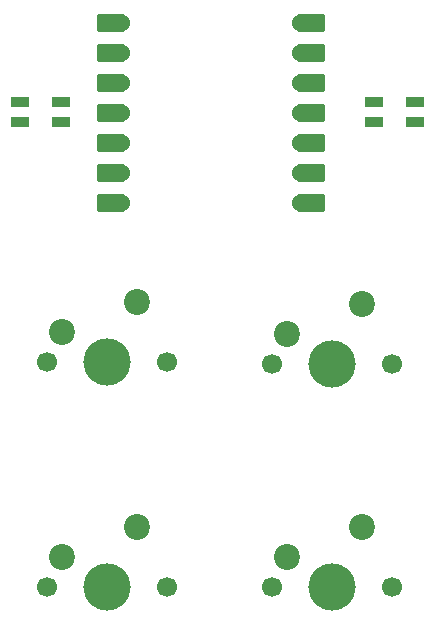
<source format=gbr>
%TF.GenerationSoftware,KiCad,Pcbnew,9.0.0*%
%TF.CreationDate,2025-02-21T00:47:10+00:00*%
%TF.ProjectId,hackpadtrollface,6861636b-7061-4647-9472-6f6c6c666163,rev?*%
%TF.SameCoordinates,Original*%
%TF.FileFunction,Soldermask,Top*%
%TF.FilePolarity,Negative*%
%FSLAX46Y46*%
G04 Gerber Fmt 4.6, Leading zero omitted, Abs format (unit mm)*
G04 Created by KiCad (PCBNEW 9.0.0) date 2025-02-21 00:47:10*
%MOMM*%
%LPD*%
G01*
G04 APERTURE LIST*
G04 Aperture macros list*
%AMRoundRect*
0 Rectangle with rounded corners*
0 $1 Rounding radius*
0 $2 $3 $4 $5 $6 $7 $8 $9 X,Y pos of 4 corners*
0 Add a 4 corners polygon primitive as box body*
4,1,4,$2,$3,$4,$5,$6,$7,$8,$9,$2,$3,0*
0 Add four circle primitives for the rounded corners*
1,1,$1+$1,$2,$3*
1,1,$1+$1,$4,$5*
1,1,$1+$1,$6,$7*
1,1,$1+$1,$8,$9*
0 Add four rect primitives between the rounded corners*
20,1,$1+$1,$2,$3,$4,$5,0*
20,1,$1+$1,$4,$5,$6,$7,0*
20,1,$1+$1,$6,$7,$8,$9,0*
20,1,$1+$1,$8,$9,$2,$3,0*%
G04 Aperture macros list end*
%ADD10C,1.700000*%
%ADD11C,4.000000*%
%ADD12C,2.200000*%
%ADD13R,1.600000X0.850000*%
%ADD14RoundRect,0.152400X1.063600X0.609600X-1.063600X0.609600X-1.063600X-0.609600X1.063600X-0.609600X0*%
%ADD15C,1.524000*%
%ADD16RoundRect,0.152400X-1.063600X-0.609600X1.063600X-0.609600X1.063600X0.609600X-1.063600X0.609600X0*%
G04 APERTURE END LIST*
D10*
%TO.C,SW2*%
X121126250Y-64452500D03*
D11*
X126206250Y-64452500D03*
D10*
X131286250Y-64452500D03*
D12*
X128746250Y-59372500D03*
X122396250Y-61912500D03*
%TD*%
D10*
%TO.C,SW3*%
X102076250Y-83343750D03*
D11*
X107156250Y-83343750D03*
D10*
X112236250Y-83343750D03*
D12*
X109696250Y-78263750D03*
X103346250Y-80803750D03*
%TD*%
D13*
%TO.C,D1*%
X99800000Y-42200000D03*
X99800000Y-43950000D03*
X103300000Y-43950000D03*
X103300000Y-42200000D03*
%TD*%
D10*
%TO.C,SW4*%
X121126250Y-83343750D03*
D11*
X126206250Y-83343750D03*
D10*
X131286250Y-83343750D03*
D12*
X128746250Y-78263750D03*
X122396250Y-80803750D03*
%TD*%
D13*
%TO.C,D2*%
X129750000Y-42225000D03*
X129750000Y-43975000D03*
X133250000Y-43975000D03*
X133250000Y-42225000D03*
%TD*%
D14*
%TO.C,U1*%
X107545000Y-35580000D03*
D15*
X108380000Y-35580000D03*
D14*
X107545000Y-38120000D03*
D15*
X108380000Y-38120000D03*
D14*
X107545000Y-40660000D03*
D15*
X108380000Y-40660000D03*
D14*
X107545000Y-43200000D03*
D15*
X108380000Y-43200000D03*
D14*
X107545000Y-45740000D03*
D15*
X108380000Y-45740000D03*
D14*
X107545000Y-48280000D03*
D15*
X108380000Y-48280000D03*
D14*
X107545000Y-50820000D03*
D15*
X108380000Y-50820000D03*
X123620000Y-50820000D03*
D16*
X124455000Y-50820000D03*
D15*
X123620000Y-48280000D03*
D16*
X124455000Y-48280000D03*
D15*
X123620000Y-45740000D03*
D16*
X124455000Y-45740000D03*
D15*
X123620000Y-43200000D03*
D16*
X124455000Y-43200000D03*
D15*
X123620000Y-40660000D03*
D16*
X124455000Y-40660000D03*
D15*
X123620000Y-38120000D03*
D16*
X124455000Y-38120000D03*
D15*
X123620000Y-35580000D03*
D16*
X124455000Y-35580000D03*
%TD*%
D10*
%TO.C,SW1*%
X102076250Y-64293750D03*
D11*
X107156250Y-64293750D03*
D10*
X112236250Y-64293750D03*
D12*
X109696250Y-59213750D03*
X103346250Y-61753750D03*
%TD*%
M02*

</source>
